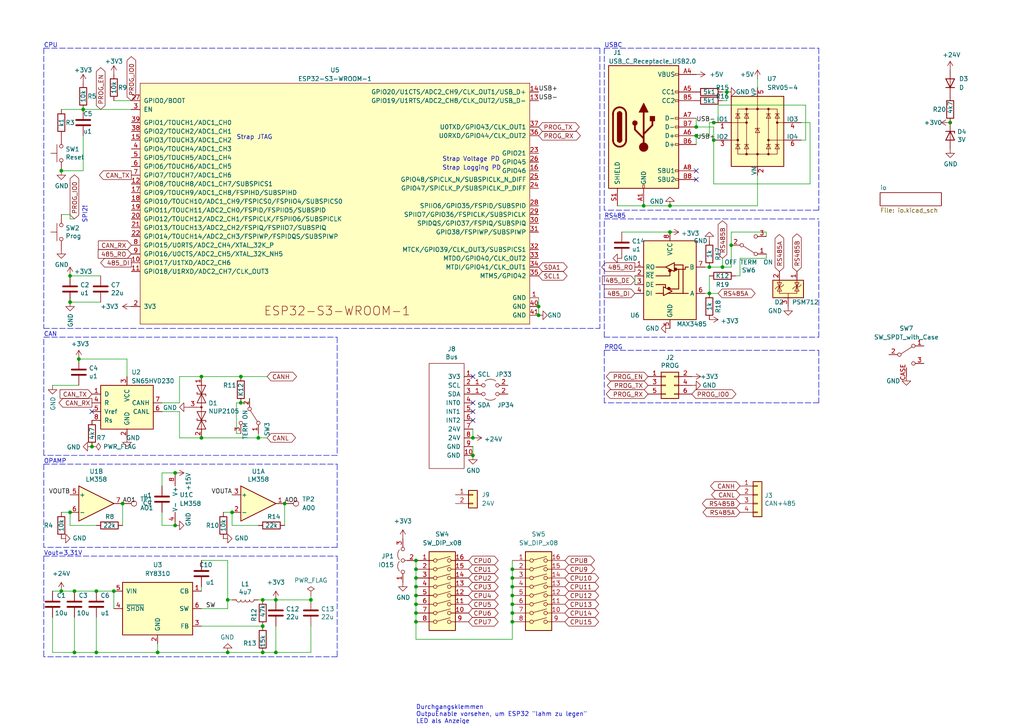
<source format=kicad_sch>
(kicad_sch (version 20211123) (generator eeschema)
  (paper "A4")
  (junction (at 22.86 104.14))
  (junction (at 50.8 152.4))
  (junction (at 120.65 172.72))
  (junction (at 50.8 137.16))
  (junction (at 120.65 167.64))
  (junction (at 194.31 67.31))
  (junction (at 26.67 129.54))
  (junction (at 209.55 77.47))
  (junction (at 24.13 31.75))
  (junction (at 76.2 173.99))
  (junction (at 66.04 173.99))
  (junction (at 205.74 77.47))
  (junction (at 194.31 59.69))
  (junction (at 137.16 127))
  (junction (at 210.82 26.67))
  (junction (at 90.17 173.99))
  (junction (at 27.94 189.23))
  (junction (at 35.56 146.05))
  (junction (at 27.94 171.45))
  (junction (at 5.08 229.87))
  (junction (at 21.59 171.45))
  (junction (at 66.04 189.23))
  (junction (at 120.65 175.26))
  (junction (at 17.78 49.53))
  (junction (at 201.93 36.83))
  (junction (at 76.2 189.23))
  (junction (at 80.01 173.99))
  (junction (at 212.09 71.12))
  (junction (at 20.32 148.59))
  (junction (at 137.16 132.08))
  (junction (at 120.65 177.8))
  (junction (at 33.02 171.45))
  (junction (at 45.72 189.23))
  (junction (at 40.64 231.14))
  (junction (at 156.21 88.9))
  (junction (at 148.59 175.26))
  (junction (at 148.59 170.18))
  (junction (at 67.31 148.59))
  (junction (at 82.55 146.05))
  (junction (at 53.34 238.76))
  (junction (at 58.42 109.22))
  (junction (at 148.59 172.72))
  (junction (at 205.74 85.09))
  (junction (at 21.59 189.23))
  (junction (at 76.2 181.61))
  (junction (at 120.65 165.1))
  (junction (at 201.93 39.37))
  (junction (at 148.59 180.34))
  (junction (at 80.01 189.23))
  (junction (at 148.59 177.8))
  (junction (at 20.32 80.01))
  (junction (at 156.21 91.44))
  (junction (at 20.32 87.63))
  (junction (at 69.85 109.22))
  (junction (at 148.59 165.1))
  (junction (at 69.85 116.84))
  (junction (at 207.01 35.56))
  (junction (at 17.78 171.45))
  (junction (at 64.77 231.14))
  (junction (at 148.59 167.64))
  (junction (at 74.93 127))
  (junction (at 186.69 59.69))
  (junction (at 120.65 170.18))
  (junction (at 275.59 35.56))
  (junction (at 120.65 162.56))
  (junction (at 120.65 180.34))
  (junction (at 58.42 127))
  (junction (at 207.01 40.64))
  (no_connect (at 201.93 49.53))
  (no_connect (at 137.16 116.84))
  (no_connect (at 201.93 52.07))
  (no_connect (at 137.16 109.22))
  (no_connect (at 137.16 121.92))
  (no_connect (at 26.67 119.38))
  (no_connect (at 137.16 119.38))
  (wire (pts (xy 148.59 172.72) (xy 148.59 175.26)))
  (wire (pts (xy 222.25 73.66) (xy 222.25 74.93)))
  (wire (pts (xy 90.17 173.99) (xy 90.17 172.72)))
  (polyline (pts (xy 12.7 134.62) (xy 12.7 158.75)))
  (wire (pts (xy 69.85 116.84) (xy 72.39 116.84)))
  (wire (pts (xy 58.42 170.18) (xy 58.42 171.45)))
  (polyline (pts (xy 110.49 13.97) (xy 173.99 13.97)))
  (wire (pts (xy 205.74 85.09) (xy 205.74 80.01)))
  (wire (pts (xy 207.01 40.64) (xy 207.01 53.34)))
  (polyline (pts (xy 2.54 223.52) (xy 35.56 223.52)))
  (polyline (pts (xy 97.79 161.29) (xy 97.79 190.5)))
  (wire (pts (xy 207.01 35.56) (xy 208.28 35.56)))
  (wire (pts (xy 53.34 238.76) (xy 64.77 238.76)))
  (wire (pts (xy 179.07 59.69) (xy 186.69 59.69)))
  (polyline (pts (xy 68.58 223.52) (xy 68.58 245.11)))
  (wire (pts (xy 208.28 30.48) (xy 233.68 30.48)))
  (wire (pts (xy 58.42 109.22) (xy 52.07 109.22)))
  (wire (pts (xy 137.16 129.54) (xy 137.16 132.08)))
  (wire (pts (xy 21.59 179.07) (xy 21.59 189.23)))
  (wire (pts (xy 186.69 59.69) (xy 194.31 59.69)))
  (wire (pts (xy 33.02 171.45) (xy 33.02 176.53)))
  (wire (pts (xy 233.68 30.48) (xy 233.68 40.64)))
  (wire (pts (xy 120.65 165.1) (xy 120.65 167.64)))
  (wire (pts (xy 205.74 39.37) (xy 205.74 35.56)))
  (wire (pts (xy 209.55 26.67) (xy 210.82 26.67)))
  (wire (pts (xy 40.64 238.76) (xy 53.34 238.76)))
  (wire (pts (xy 74.93 127) (xy 77.47 127)))
  (wire (pts (xy 120.65 172.72) (xy 120.65 175.26)))
  (wire (pts (xy 17.78 31.75) (xy 24.13 31.75)))
  (polyline (pts (xy 12.7 13.97) (xy 110.49 13.97)))
  (wire (pts (xy 45.72 186.69) (xy 45.72 189.23)))
  (wire (pts (xy 27.94 189.23) (xy 45.72 189.23)))
  (wire (pts (xy 207.01 53.34) (xy 234.95 53.34)))
  (wire (pts (xy 58.42 162.56) (xy 66.04 162.56)))
  (wire (pts (xy 29.21 80.01) (xy 20.32 80.01)))
  (wire (pts (xy 36.83 109.22) (xy 36.83 104.14)))
  (polyline (pts (xy 12.7 134.62) (xy 97.79 134.62)))
  (wire (pts (xy 80.01 189.23) (xy 90.17 189.23)))
  (wire (pts (xy 46.99 119.38) (xy 52.07 119.38)))
  (wire (pts (xy 74.93 125.73) (xy 74.93 127)))
  (wire (pts (xy 46.99 140.97) (xy 46.99 137.16)))
  (wire (pts (xy 148.59 175.26) (xy 148.59 177.8)))
  (wire (pts (xy 209.55 77.47) (xy 212.09 77.47)))
  (wire (pts (xy 74.93 152.4) (xy 67.31 152.4)))
  (polyline (pts (xy 12.7 161.29) (xy 12.7 190.5)))
  (wire (pts (xy 69.85 109.22) (xy 77.47 109.22)))
  (wire (pts (xy 120.65 170.18) (xy 120.65 172.72)))
  (wire (pts (xy 210.82 26.67) (xy 210.82 29.21)))
  (wire (pts (xy 120.65 162.56) (xy 120.65 165.1)))
  (wire (pts (xy 184.15 80.01) (xy 184.15 82.55)))
  (polyline (pts (xy 12.7 95.25) (xy 173.99 95.25)))
  (wire (pts (xy 204.47 85.09) (xy 205.74 85.09)))
  (wire (pts (xy 234.95 35.56) (xy 232.41 35.56)))
  (wire (pts (xy 20.32 63.5) (xy 21.59 63.5)))
  (wire (pts (xy 58.42 109.22) (xy 69.85 109.22)))
  (wire (pts (xy 35.56 146.05) (xy 35.56 152.4)))
  (wire (pts (xy 21.59 189.23) (xy 27.94 189.23)))
  (wire (pts (xy 20.32 62.23) (xy 20.32 63.5)))
  (wire (pts (xy 27.94 152.4) (xy 20.32 152.4)))
  (wire (pts (xy 90.17 181.61) (xy 90.17 189.23)))
  (wire (pts (xy 212.09 71.12) (xy 212.09 67.31)))
  (wire (pts (xy 205.74 35.56) (xy 207.01 35.56)))
  (wire (pts (xy 137.16 124.46) (xy 137.16 127)))
  (wire (pts (xy 72.39 116.84) (xy 72.39 115.57)))
  (polyline (pts (xy 97.79 132.08) (xy 12.7 132.08)))
  (wire (pts (xy 29.21 87.63) (xy 20.32 87.63)))
  (wire (pts (xy 120.65 185.42) (xy 148.59 185.42)))
  (wire (pts (xy 33.02 171.45) (xy 27.94 171.45)))
  (polyline (pts (xy 175.26 97.79) (xy 175.26 63.5)))
  (wire (pts (xy 15.24 189.23) (xy 21.59 189.23)))
  (wire (pts (xy 68.58 125.73) (xy 68.58 116.84)))
  (wire (pts (xy 234.95 53.34) (xy 234.95 35.56)))
  (polyline (pts (xy 35.56 245.11) (xy 2.54 245.11)))
  (wire (pts (xy 209.55 77.47) (xy 205.74 77.47)))
  (wire (pts (xy 68.58 116.84) (xy 69.85 116.84)))
  (wire (pts (xy 148.59 165.1) (xy 148.59 167.64)))
  (wire (pts (xy 201.93 39.37) (xy 205.74 39.37)))
  (wire (pts (xy 74.93 173.99) (xy 76.2 173.99)))
  (polyline (pts (xy 237.49 101.6) (xy 237.49 116.84)))
  (polyline (pts (xy 12.7 13.97) (xy 12.7 95.25)))
  (wire (pts (xy 15.24 171.45) (xy 17.78 171.45)))
  (wire (pts (xy 148.59 177.8) (xy 148.59 180.34)))
  (wire (pts (xy 214.63 74.93) (xy 214.63 80.01)))
  (wire (pts (xy 80.01 181.61) (xy 80.01 189.23)))
  (polyline (pts (xy 175.26 97.79) (xy 237.49 97.79)))
  (wire (pts (xy 52.07 119.38) (xy 52.07 127)))
  (wire (pts (xy 27.94 179.07) (xy 27.94 189.23)))
  (polyline (pts (xy 12.7 132.08) (xy 12.7 97.79)))
  (wire (pts (xy 212.09 67.31) (xy 222.25 67.31)))
  (wire (pts (xy 194.31 67.31) (xy 180.34 67.31)))
  (wire (pts (xy 120.65 185.42) (xy 120.65 180.34)))
  (wire (pts (xy 120.65 175.26) (xy 120.65 177.8)))
  (polyline (pts (xy 38.1 223.52) (xy 68.58 223.52)))
  (wire (pts (xy 21.59 171.45) (xy 17.78 171.45)))
  (polyline (pts (xy 12.7 13.97) (xy 12.7 13.97)))
  (wire (pts (xy 120.65 167.64) (xy 120.65 170.18)))
  (wire (pts (xy 82.55 146.05) (xy 82.55 152.4)))
  (wire (pts (xy 222.25 67.31) (xy 222.25 68.58)))
  (wire (pts (xy 156.21 86.36) (xy 156.21 88.9)))
  (polyline (pts (xy 173.99 13.97) (xy 173.99 95.25)))
  (wire (pts (xy 76.2 173.99) (xy 80.01 173.99)))
  (wire (pts (xy 66.04 189.23) (xy 76.2 189.23)))
  (wire (pts (xy 219.71 25.4) (xy 219.71 22.86)))
  (wire (pts (xy 120.65 177.8) (xy 120.65 180.34)))
  (wire (pts (xy 194.31 59.69) (xy 219.71 59.69)))
  (polyline (pts (xy 237.49 97.79) (xy 237.49 63.5)))
  (wire (pts (xy 21.59 171.45) (xy 27.94 171.45)))
  (wire (pts (xy 64.77 148.59) (xy 67.31 148.59)))
  (polyline (pts (xy 12.7 161.29) (xy 97.79 161.29)))
  (wire (pts (xy 24.13 31.75) (xy 38.1 31.75)))
  (wire (pts (xy 208.28 35.56) (xy 208.28 30.48)))
  (polyline (pts (xy 97.79 134.62) (xy 97.79 158.75)))
  (wire (pts (xy 46.99 137.16) (xy 50.8 137.16)))
  (wire (pts (xy 58.42 127) (xy 74.93 127)))
  (polyline (pts (xy 237.49 60.96) (xy 175.26 60.96)))
  (wire (pts (xy 46.99 148.59) (xy 46.99 152.4)))
  (wire (pts (xy 58.42 181.61) (xy 76.2 181.61)))
  (wire (pts (xy 22.86 104.14) (xy 36.83 104.14)))
  (wire (pts (xy 66.04 162.56) (xy 66.04 173.99)))
  (wire (pts (xy 209.55 74.93) (xy 209.55 77.47)))
  (wire (pts (xy 60.96 231.14) (xy 64.77 231.14)))
  (wire (pts (xy 201.93 34.29) (xy 201.93 36.83)))
  (polyline (pts (xy 237.49 116.84) (xy 175.26 116.84)))
  (polyline (pts (xy 175.26 13.97) (xy 237.49 13.97)))
  (wire (pts (xy 201.93 39.37) (xy 201.93 41.91)))
  (wire (pts (xy 210.82 29.21) (xy 209.55 29.21)))
  (polyline (pts (xy 12.7 97.79) (xy 97.79 97.79)))
  (polyline (pts (xy 68.58 245.11) (xy 38.1 245.11)))
  (wire (pts (xy 148.59 167.64) (xy 148.59 170.18)))
  (wire (pts (xy 207.01 36.83) (xy 207.01 40.64)))
  (polyline (pts (xy 97.79 97.79) (xy 97.79 132.08)))
  (wire (pts (xy 52.07 127) (xy 58.42 127)))
  (wire (pts (xy 24.13 39.37) (xy 24.13 49.53)))
  (polyline (pts (xy 35.56 223.52) (xy 35.56 245.11)))
  (wire (pts (xy 214.63 80.01) (xy 213.36 80.01)))
  (wire (pts (xy 24.13 49.53) (xy 17.78 49.53)))
  (wire (pts (xy 156.21 88.9) (xy 156.21 91.44)))
  (wire (pts (xy 20.32 152.4) (xy 20.32 148.59)))
  (wire (pts (xy 233.68 40.64) (xy 232.41 40.64)))
  (polyline (pts (xy 175.26 101.6) (xy 175.26 116.84)))
  (wire (pts (xy 17.78 62.23) (xy 20.32 62.23)))
  (polyline (pts (xy 97.79 158.75) (xy 12.7 158.75)))
  (wire (pts (xy 58.42 176.53) (xy 66.04 176.53)))
  (wire (pts (xy 52.07 109.22) (xy 52.07 116.84)))
  (wire (pts (xy 201.93 36.83) (xy 207.01 36.83)))
  (polyline (pts (xy 2.54 245.11) (xy 2.54 223.52)))
  (wire (pts (xy 22.86 111.76) (xy 15.24 111.76)))
  (wire (pts (xy 148.59 170.18) (xy 148.59 172.72)))
  (polyline (pts (xy 175.26 101.6) (xy 237.49 101.6)))
  (wire (pts (xy 212.09 77.47) (xy 212.09 71.12)))
  (wire (pts (xy 67.31 152.4) (xy 67.31 148.59)))
  (wire (pts (xy 12.7 229.87) (xy 5.08 229.87)))
  (wire (pts (xy 20.32 148.59) (xy 17.78 148.59)))
  (polyline (pts (xy 38.1 223.52) (xy 38.1 245.11)))
  (polyline (pts (xy 97.79 190.5) (xy 12.7 190.5)))
  (polyline (pts (xy 175.26 13.97) (xy 175.26 60.96)))
  (wire (pts (xy 33.02 29.21) (xy 38.1 29.21)))
  (wire (pts (xy 52.07 116.84) (xy 46.99 116.84)))
  (wire (pts (xy 205.74 77.47) (xy 204.47 77.47)))
  (wire (pts (xy 46.99 152.4) (xy 50.8 152.4)))
  (wire (pts (xy 148.59 162.56) (xy 148.59 165.1)))
  (wire (pts (xy 45.72 189.23) (xy 66.04 189.23)))
  (polyline (pts (xy 237.49 13.97) (xy 237.49 60.96)))
  (wire (pts (xy 208.28 85.09) (xy 205.74 85.09)))
  (wire (pts (xy 15.24 179.07) (xy 15.24 189.23)))
  (wire (pts (xy 222.25 74.93) (xy 214.63 74.93)))
  (wire (pts (xy 40.64 231.14) (xy 45.72 231.14)))
  (wire (pts (xy 80.01 173.99) (xy 90.17 173.99)))
  (wire (pts (xy 66.04 176.53) (xy 66.04 173.99)))
  (wire (pts (xy 148.59 185.42) (xy 148.59 180.34)))
  (wire (pts (xy 69.85 125.73) (xy 68.58 125.73)))
  (wire (pts (xy 67.31 173.99) (xy 66.04 173.99)))
  (wire (pts (xy 219.71 50.8) (xy 219.71 59.69)))
  (wire (pts (xy 76.2 189.23) (xy 80.01 189.23)))
  (polyline (pts (xy 175.26 63.5) (xy 237.49 63.5)))
  (text "SPI2!" (at 25.4 64.77 90) (effects (font (size 1.27 1.27)) (justify left bottom)))
  (text "USBC" (at 175.26 13.97 0) (effects (font (size 1.27 1.27)) (justify left bottom)))
  (text "Strap JTAG" (at 68.58 40.64 0) (effects (font (size 1.27 1.27)) (justify left bottom)))
  (text "Vout=3,31V" (at 12.7 161.29 0) (effects (font (size 1.27 1.27)) (justify left bottom)))
  (text "Strap Logging PD" (at 128.27 49.53 0) (effects (font (size 1.27 1.27)) (justify left bottom)))
  (text "Pulling" (at 2.54 223.52 0) (effects (font (size 1.27 1.27)) (justify left bottom)))
  (text "PROG" (at 175.26 101.6 0) (effects (font (size 1.27 1.27)) (justify left bottom)))
  (text "RS485" (at 175.26 63.5 0) (effects (font (size 1.27 1.27)) (justify left bottom)))
  (text "Durchgangsklemmen\nOutpuEnable vorsehen, um ESP32 \"lahm zu legen\"\nLED als Anzeige\n10V-PWM-Option" (at 120.65 212.09 0) (effects (font (size 1.27 1.27)) (justify left bottom)))
  (text "Strap Voltage PD" (at 128.27 46.99 0) (effects (font (size 1.27 1.27)) (justify left bottom)))
  (text "OPAMP" (at 12.7 134.62 0) (effects (font (size 1.27 1.27)) (justify left bottom)))
  (text "CAN" (at 12.7 97.79 0) (effects (font (size 1.27 1.27)) (justify left bottom)))
  (text "24V->15V" (at 38.1 223.52 0) (effects (font (size 1.27 1.27)) (justify left bottom)))
  (text "CPU" (at 12.7 13.97 0) (effects (font (size 1.27 1.27)) (justify left bottom)))
  (label "AO0" (at 82.55 146.05 0))
  (label "USB+" (at 156.21 26.67 0))
  (label "AO1" (at 35.56 146.05 0))
  (label "USB+" (at 201.93 40.64 0))
  (label "USB-" (at 156.21 29.21 0))
  (label "SW" (at 59.69 176.53 0))
  (label "VOUTB" (at 20.32 143.51 180))
  (label "VOUTA" (at 67.31 143.51 180))
  (label "USB-" (at 201.93 35.56 0))
  (global_label "CPU0" (shape bidirectional) (at 135.89 162.56 0) (property "Intersheet References" "${INTERSHEET_REFS}" (effects hide)))
  (global_label "CANH" (shape bidirectional) (at 214.63 140.97 180) (property "Intersheet References" "${INTERSHEET_REFS}" (effects hide)))
  (global_label "RS485B" (shape bidirectional) (at 209.55 74.93 90) (property "Intersheet References" "${INTERSHEET_REFS}" (effects hide)))
  (global_label "CPU2" (shape bidirectional) (at 135.89 167.64 0) (property "Intersheet References" "${INTERSHEET_REFS}" (effects hide)))
  (global_label "CAN_RX" (shape output) (at 26.67 116.84 180) (property "Intersheet References" "${INTERSHEET_REFS}" (effects hide)))
  (global_label "CPU15" (shape bidirectional) (at 163.83 180.34 0) (property "Intersheet References" "${INTERSHEET_REFS}" (effects hide)))
  (global_label "CPU6" (shape bidirectional) (at 135.89 177.8 0) (property "Intersheet References" "${INTERSHEET_REFS}" (effects hide)))
  (global_label "CAN_TX" (shape input) (at 26.67 114.3 180) (property "Intersheet References" "${INTERSHEET_REFS}" (effects hide)))
  (global_label "RS485B" (shape bidirectional) (at 214.63 146.05 180) (property "Intersheet References" "${INTERSHEET_REFS}" (effects hide)))
  (global_label "CANL" (shape bidirectional) (at 77.47 127 0) (property "Intersheet References" "${INTERSHEET_REFS}" (effects hide)))
  (global_label "CPU3" (shape bidirectional) (at 135.89 170.18 0) (property "Intersheet References" "${INTERSHEET_REFS}" (effects hide)))
  (global_label "CPU5" (shape bidirectional) (at 135.89 175.26 0) (property "Intersheet References" "${INTERSHEET_REFS}" (effects hide)))
  (global_label "CAN_TX" (shape output) (at 38.1 50.8 180) (property "Intersheet References" "${INTERSHEET_REFS}" (effects hide)))
  (global_label "PROG_EN" (shape bidirectional) (at 29.21 31.75 90) (property "Intersheet References" "${INTERSHEET_REFS}" (effects hide)))
  (global_label "CAN_RX" (shape input) (at 38.1 71.12 180) (property "Intersheet References" "${INTERSHEET_REFS}" (effects hide)))
  (global_label "CANL" (shape bidirectional) (at 214.63 143.51 180) (property "Intersheet References" "${INTERSHEET_REFS}" (effects hide)))
  (global_label "SDA1" (shape bidirectional) (at 156.21 77.47 0) (property "Intersheet References" "${INTERSHEET_REFS}" (effects hide)))
  (global_label "PROG_TX" (shape bidirectional) (at 187.96 111.76 180) (property "Intersheet References" "${INTERSHEET_REFS}" (effects hide)))
  (global_label "485_RO" (shape input) (at 38.1 73.66 180) (property "Intersheet References" "${INTERSHEET_REFS}" (effects hide)))
  (global_label "CPU4" (shape bidirectional) (at 135.89 172.72 0) (property "Intersheet References" "${INTERSHEET_REFS}" (effects hide)))
  (global_label "485_DI" (shape input) (at 184.15 85.09 180) (property "Intersheet References" "${INTERSHEET_REFS}" (effects hide)))
  (global_label "PROG_IO0" (shape bidirectional) (at 200.66 114.3 0) (property "Intersheet References" "${INTERSHEET_REFS}" (effects hide)))
  (global_label "CANH" (shape bidirectional) (at 77.47 109.22 0) (property "Intersheet References" "${INTERSHEET_REFS}" (effects hide)))
  (global_label "RS485A" (shape bidirectional) (at 214.63 148.59 180) (property "Intersheet References" "${INTERSHEET_REFS}" (effects hide)))
  (global_label "CPU7" (shape bidirectional) (at 135.89 180.34 0) (property "Intersheet References" "${INTERSHEET_REFS}" (effects hide)))
  (global_label "PROG_RX" (shape bidirectional) (at 187.96 114.3 180) (property "Intersheet References" "${INTERSHEET_REFS}" (effects hide)))
  (global_label "485_DE" (shape input) (at 184.15 81.28 180) (property "Intersheet References" "${INTERSHEET_REFS}" (effects hide)))
  (global_label "CPU9" (shape bidirectional) (at 163.83 165.1 0) (property "Intersheet References" "${INTERSHEET_REFS}" (effects hide)))
  (global_label "PROG_TX" (shape bidirectional) (at 156.21 36.83 0) (property "Intersheet References" "${INTERSHEET_REFS}" (effects hide)))
  (global_label "SCL1" (shape bidirectional) (at 156.21 80.01 0) (property "Intersheet References" "${INTERSHEET_REFS}" (effects hide)))
  (global_label "PROG_EN" (shape bidirectional) (at 187.96 109.22 180) (property "Intersheet References" "${INTERSHEET_REFS}" (effects hide)))
  (global_label "CPU8" (shape bidirectional) (at 163.83 162.56 0) (property "Intersheet References" "${INTERSHEET_REFS}" (effects hide)))
  (global_label "RS485B" (shape bidirectional) (at 231.14 78.74 90) (property "Intersheet References" "${INTERSHEET_REFS}" (effects hide)))
  (global_label "PROG_RX" (shape bidirectional) (at 156.21 39.37 0) (property "Intersheet References" "${INTERSHEET_REFS}" (effects hide)))
  (global_label "485_RO" (shape output) (at 184.15 77.47 180) (property "Intersheet References" "${INTERSHEET_REFS}" (effects hide)))
  (global_label "CPU12" (shape bidirectional) (at 163.83 172.72 0) (property "Intersheet References" "${INTERSHEET_REFS}" (effects hide)))
  (global_label "PROG_IO0" (shape bidirectional) (at 38.1 29.21 90) (property "Intersheet References" "${INTERSHEET_REFS}" (effects hide)))
  (global_label "PROG_IO0" (shape bidirectional) (at 21.59 63.5 90) (property "Intersheet References" "${INTERSHEET_REFS}" (effects hide)))
  (global_label "RS485A" (shape bidirectional) (at 208.28 85.09 0) (property "Intersheet References" "${INTERSHEET_REFS}" (effects hide)))
  (global_label "CPU14" (shape bidirectional) (at 163.83 177.8 0) (property "Intersheet References" "${INTERSHEET_REFS}" (effects hide)))
  (global_label "RS485A" (shape bidirectional) (at 226.06 78.74 90) (property "Intersheet References" "${INTERSHEET_REFS}" (effects hide)))
  (global_label "CPU10" (shape bidirectional) (at 163.83 167.64 0) (property "Intersheet References" "${INTERSHEET_REFS}" (effects hide)))
  (global_label "CPU1" (shape bidirectional) (at 135.89 165.1 0) (property "Intersheet References" "${INTERSHEET_REFS}" (effects hide)))
  (global_label "CPU11" (shape bidirectional) (at 163.83 170.18 0) (property "Intersheet References" "${INTERSHEET_REFS}" (effects hide)))
  (global_label "485_DI" (shape output) (at 38.1 76.2 180) (property "Intersheet References" "${INTERSHEET_REFS}" (effects hide)))
  (global_label "CPU13" (shape bidirectional) (at 163.83 175.26 0) (property "Intersheet References" "${INTERSHEET_REFS}" (effects hide)))
  (global_label "SCL1" (shape bidirectional) (at 12.7 237.49 270) (property "Intersheet References" "${INTERSHEET_REFS}" (effects hide)))
  (global_label "SDA1" (shape bidirectional) (at 5.08 237.49 270) (property "Intersheet References" "${INTERSHEET_REFS}" (effects hide)))
  (symbol (lib_id "liebler_MECH:SW_SPDT_with_Case") (at 262.89 102.87 0) (unit 1)
    (property "Reference" "SW7" (at 262.89 95.25 0))
    (property "Value" "SW_SPDT_with_Case" (at 262.89 97.79 0))
    (property "Footprint" "liebler_MECH:SW_SPDT_PCM12_handsolder" (effects hide))
  )
  (symbol (lib_id "power:+3V3") (at 22.86 104.14 0) (unit 1)
    (property "Reference" "#PWR0105" (effects hide))
    (property "Value" "+3V3" (at 23.241 99.7458 0))
  )
  (symbol (lib_id "Device:R") (at 76.2 185.42 180) (unit 1)
    (property "Reference" "R13" (at 74.422 186.5884 0) (effects (justify left)))
    (property "Value" "15k" (at 76.2 184.15 90) (effects (justify left)))
    (property "Footprint" "Resistor_SMD:R_0402_1005Metric" (effects hide))
  )
  (symbol (lib_id "power:GND") (at 66.04 189.23 180) (unit 1)
    (property "Reference" "#PWR0121" (effects hide))
    (property "Value" "GND" (at 65.913 184.8358 0))
  )
  (symbol (lib_id "Device:C") (at 64.77 234.95 180) (unit 1)
    (property "Reference" "C11" (at 61.849 236.1184 0) (effects (justify left)))
    (property "Value" "u1" (at 61.849 233.807 0) (effects (justify left)))
    (property "Footprint" "Capacitor_SMD:C_0402_1005Metric" (effects hide))
  )
  (symbol (lib_id "power:GND") (at 17.78 49.53 0) (unit 1)
    (property "Reference" "#PWR0123" (effects hide))
    (property "Value" "GND" (at 17.907 53.9242 0))
  )
  (symbol (lib_id "Switch:SW_DIP_x08") (at 128.27 172.72 0) (unit 1)
    (property "Reference" "SW4" (at 128.27 154.94 0))
    (property "Value" "SW_DIP_x08" (at 128.27 157.48 0))
    (property "Footprint" "liebler_MECH:SW_DIP_SPSTx08_Piano" (effects hide))
  )
  (symbol (lib_id "Device:R") (at 31.75 152.4 270) (unit 1)
    (property "Reference" "R8" (at 30.48 149.86 90) (effects (justify left)))
    (property "Value" "22k" (at 31.75 152.4 90))
    (property "Footprint" "Resistor_SMD:R_0402_1005Metric" (effects hide))
  )
  (symbol (lib_id "Espressif:ESP32-S3-WROOM-1") (at 97.79 58.42 0) (unit 1)
    (property "Reference" "U5" (at 97.155 20.32 0))
    (property "Value" "ESP32-S3-WROOM-1" (at 97.155 22.86 0))
    (property "Footprint" "Espressif:ESP32-S3-WROOM-1U" (effects hide))
    (property "Datasheet" "https://www.espressif.com/sites/default/files/documentation/esp32-s3-wroom-1_wroom-1u_datasheet_en.pdf" (effects hide))
  )
  (symbol (lib_id "power:GND") (at 15.24 111.76 0) (unit 1)
    (property "Reference" "#PWR0103" (effects hide))
    (property "Value" "GND" (at 15.367 115.0112 90) (effects (justify right)))
  )
  (symbol (lib_id "Jumper:Jumper_2_Open") (at 142.24 111.76 0) (unit 1)
    (property "Reference" "JP33" (at 146.05 108.585 0))
    (property "Value" "SCL" (at 140.335 108.585 0))
    (property "Footprint" "Jumper:SolderJumper-2_P1.3mm_Bridged2Bar_RoundedPad1.0x1.5mm" (effects hide))
  )
  (symbol (lib_id "Diode:SM712_SOT23") (at 58.42 118.11 270) (unit 1)
    (property "Reference" "D1" (at 60.4266 116.9416 90) (effects (justify left)))
    (property "Value" "NUP2105" (at 60.4266 119.253 90) (effects (justify left)))
    (property "Footprint" "Package_TO_SOT_SMD:SOT-23_Handsoldering" (effects hide))
    (property "Datasheet" "https://www.littelfuse.com/~/media/electronics/datasheets/tvs_diode_arrays/littelfuse_tvs_diode_array_sm712_datasheet.pdf.pdf" (effects hide))
  )
  (symbol (lib_id "Connector:TestPoint") (at 82.55 146.05 270) (unit 1)
    (property "Reference" "TP2" (at 87.63 144.7799 90) (effects (justify left)))
    (property "Value" "AO0" (at 87.63 147.3199 90) (effects (justify left)))
    (property "Footprint" "TestPoint:TestPoint_Pad_2.0x2.0mm" (effects hide))
  )
  (symbol (lib_id "power:GND") (at 262.89 109.22 0) (unit 1)
    (property "Reference" "#PWR0193" (effects hide))
    (property "Value" "GND" (at 259.08 110.49 0))
  )
  (symbol (lib_id "Regulator_Switching:LMR14206") (at 45.72 176.53 0) (unit 1)
    (property "Reference" "U3" (at 45.72 163.83 0))
    (property "Value" "RY8310" (at 45.72 166.37 0))
    (property "Footprint" "Package_TO_SOT_SMD:SOT-23-6" (effects hide))
    (property "Datasheet" "http://www.ti.com/lit/ds/symlink/lmr14206.pdf" (effects hide))
  )
  (symbol (lib_id "power:PWR_FLAG") (at 90.17 172.72 0) (unit 1)
    (property "Reference" "#FLG0102" (effects hide))
    (property "Value" "PWR_FLAG" (at 90.17 168.3258 0))
  )
  (symbol (lib_id "Power_Protection:NUP2105L") (at 228.6 83.82 0) (mirror y) (unit 1)
    (property "Reference" "D2" (at 227.33 87.63 0) (effects (justify left)))
    (property "Value" "PSM712" (at 237.49 87.63 0) (effects (justify left)))
    (property "Footprint" "Package_TO_SOT_SMD:SOT-23_Handsoldering" (effects hide))
    (property "Datasheet" "http://www.onsemi.com/pub_link/Collateral/NUP2105L-D.PDF" (effects hide))
  )
  (symbol (lib_id "Connector_Generic:Conn_01x02") (at 137.16 143.51 0) (unit 1)
    (property "Reference" "J9" (at 139.7 143.5099 0) (effects (justify left)))
    (property "Value" "24V" (at 139.7 146.0499 0) (effects (justify left)))
    (property "Footprint" "Connector_Phoenix_MC:PhoenixContact_MC_1,5_2-G-3.5_1x02_P3.50mm_Horizontal" (effects hide))
  )
  (symbol (lib_id "Jumper:Jumper_3_Open") (at 116.84 162.56 90) (unit 1)
    (property "Reference" "JP1" (at 114.3 161.2899 90) (effects (justify left)))
    (property "Value" "IO15" (at 114.3 163.8299 90) (effects (justify left)))
    (property "Footprint" "liebler_PASSIVES:SolderJumper-3_P1.3mm_Open_RoundedPad1.0x1.5mm_smaller" (effects hide))
  )
  (symbol (lib_id "Amplifier_Operational:LM358") (at 27.94 146.05 0) (unit 2)
    (property "Reference" "U1" (at 27.94 136.7282 0))
    (property "Value" "LM358" (at 27.94 139.0396 0))
    (property "Footprint" "Package_SO:SOIC-8_3.9x4.9mm_P1.27mm" (effects hide))
    (property "Datasheet" "http://www.ti.com/lit/ds/symlink/lm2904-n.pdf" (effects hide))
  )
  (symbol (lib_id "Switch:SW_Push") (at 17.78 44.45 90) (unit 1)
    (property "Reference" "SW1" (at 18.9992 43.2816 90) (effects (justify right)))
    (property "Value" "Reset" (at 18.9992 45.593 90) (effects (justify right)))
    (property "Footprint" "liebler_MECH:Button_2x4x3,5_handsolder" (effects hide))
  )
  (symbol (lib_id "power:GND") (at 17.78 156.21 90) (unit 1)
    (property "Reference" "#PWR0109" (effects hide))
    (property "Value" "GND" (at 21.0312 156.083 90) (effects (justify right)))
  )
  (symbol (lib_id "power:+3V3") (at 116.84 156.21 0) (unit 1)
    (property "Reference" "#PWR0149" (effects hide))
    (property "Value" "+3V3" (at 116.84 151.13 0))
  )
  (symbol (lib_id "Device:D") (at 275.59 24.13 90) (unit 1)
    (property "Reference" "D3" (at 278.13 22.8599 90) (effects (justify right)))
    (property "Value" "D" (at 278.13 25.3999 90) (effects (justify right)))
    (property "Footprint" "Diode_SMD:D_SOD-123" (effects hide))
  )
  (symbol (lib_id "Device:R") (at 64.77 152.4 0) (unit 1)
    (property "Reference" "R10" (at 59.69 152.4 0) (effects (justify left)))
    (property "Value" "10k" (at 64.77 152.4 90))
    (property "Footprint" "Resistor_SMD:R_0402_1005Metric" (effects hide))
  )
  (symbol (lib_id "Device:D_Zener") (at 275.59 39.37 270) (unit 1)
    (property "Reference" "D4" (at 277.622 38.2016 90) (effects (justify left)))
    (property "Value" "3V" (at 277.622 40.513 90) (effects (justify left)))
    (property "Footprint" "Diode_SMD:D_SOD-123" (effects hide))
  )
  (symbol (lib_id "Device:C") (at 180.34 71.12 180) (unit 1)
    (property "Reference" "C14" (at 183.261 69.9516 0) (effects (justify right)))
    (property "Value" "u1" (at 183.261 72.263 0) (effects (justify right)))
    (property "Footprint" "Capacitor_SMD:C_0402_1005Metric" (effects hide))
  )
  (symbol (lib_id "power:+3V3") (at 38.1 88.9 90) (unit 1)
    (property "Reference" "#PWR0118" (effects hide))
    (property "Value" "+3V3" (at 31.75 88.9 90))
  )
  (symbol (lib_id "power:GND") (at 53.34 238.76 0) (unit 1)
    (property "Reference" "#PWR0114" (effects hide))
    (property "Value" "GND" (at 59.69 240.03 0) (effects (justify right)))
  )
  (symbol (lib_id "Device:R") (at 12.7 233.68 0) (unit 1)
    (property "Reference" "R2" (at 14.478 232.5116 0) (effects (justify left)))
    (property "Value" "4k7" (at 14.478 234.823 0) (effects (justify left)))
    (property "Footprint" "Resistor_SMD:R_0402_1005Metric" (effects hide))
  )
  (symbol (lib_id "Device:C") (at 80.01 177.8 0) (unit 1)
    (property "Reference" "C12" (at 82.931 176.6316 0) (effects (justify left)))
    (property "Value" "22u" (at 82.931 178.943 0) (effects (justify left)))
    (property "Footprint" "Capacitor_SMD:C_0603_1608Metric" (effects hide))
  )
  (symbol (lib_id "Power_Protection:SRV05-4") (at 219.71 38.1 0) (unit 1)
    (property "Reference" "U7" (at 222.4787 22.86 0) (effects (justify left)))
    (property "Value" "SRV05-4" (at 222.4787 25.4 0) (effects (justify left)))
    (property "Footprint" "Package_TO_SOT_SMD:SOT-23-6" (effects hide))
    (property "Datasheet" "http://www.onsemi.com/pub/Collateral/SRV05-4-D.PDF" (effects hide))
  )
  (symbol (lib_id "power:GND") (at 137.16 132.08 0) (unit 1)
    (property "Reference" "#PWR02" (effects hide))
    (property "Value" "GND" (at 137.287 136.4742 0))
  )
  (symbol (lib_id "power:+3V3") (at 5.08 229.87 0) (unit 1)
    (property "Reference" "#PWR0120" (effects hide))
    (property "Value" "+3V3" (at 5.461 225.4758 0))
  )
  (symbol (lib_id "power:GND") (at 26.67 129.54 270) (unit 1)
    (property "Reference" "#PWR0104" (effects hide))
    (property "Value" "GND" (at 23.4188 129.667 90) (effects (justify right)))
  )
  (symbol (lib_id "Device:C") (at 24.13 35.56 0) (unit 1)
    (property "Reference" "C5" (at 24.13 33.02 0) (effects (justify left)))
    (property "Value" "u1" (at 24.13 38.1 0) (effects (justify left)))
    (property "Footprint" "Capacitor_SMD:C_0402_1005Metric" (effects hide))
  )
  (symbol (lib_id "Device:R") (at 275.59 31.75 180) (unit 1)
    (property "Reference" "R20" (at 270.51 31.75 0) (effects (justify right)))
    (property "Value" "4k7" (at 275.59 33.02 90) (effects (justify right)))
    (property "Footprint" "Resistor_SMD:R_1206_3216Metric" (effects hide))
  )
  (symbol (lib_id "sensact:SensactBusConnector") (at 129.54 120.65 0) (unit 1)
    (property "Reference" "J8" (at 131.0132 101.219 0))
    (property "Value" "Bus" (at 131.0132 103.5304 0))
    (property "Footprint" "liebler_CONN:IDC-Header_2x05_P2.54mm_Horizontal_tightCrtYd" (effects hide))
  )
  (symbol (lib_id "power:+3V3") (at 205.74 92.71 270) (unit 1)
    (property "Reference" "#PWR0126" (effects hide))
    (property "Value" "+3V3" (at 208.9912 93.091 90) (effects (justify left)))
  )
  (symbol (lib_id "Device:C") (at 20.32 83.82 0) (unit 1)
    (property "Reference" "C2" (at 23.241 82.6516 0) (effects (justify left)))
    (property "Value" "u1" (at 23.241 84.963 0) (effects (justify left)))
    (property "Footprint" "Capacitor_SMD:C_0402_1005Metric" (effects hide))
  )
  (symbol (lib_id "Device:C") (at 27.94 175.26 180) (unit 1)
    (property "Reference" "C6" (at 30.48 172.72 0))
    (property "Value" "u1" (at 30.48 177.8 0))
    (property "Footprint" "Capacitor_SMD:C_0603_1608Metric" (effects hide))
  )
  (symbol (lib_id "power:GND") (at 116.84 168.91 0) (unit 1)
    (property "Reference" "#PWR0151" (effects hide))
    (property "Value" "GND" (at 116.967 173.3042 0))
  )
  (symbol (lib_id "Switch:SW_Push") (at 17.78 67.31 90) (unit 1)
    (property "Reference" "SW2" (at 18.9992 66.1416 90) (effects (justify right)))
    (property "Value" "Prog" (at 18.9992 68.453 90) (effects (justify right)))
    (property "Footprint" "liebler_MECH:Button_2x4x3,5_handsolder" (effects hide))
  )
  (symbol (lib_id "power:+3V3") (at 80.01 173.99 0) (unit 1)
    (property "Reference" "#PWR0122" (effects hide))
    (property "Value" "+3V3" (at 80.01 168.91 0))
  )
  (symbol (lib_id "Connector:TestPoint") (at 35.56 146.05 270) (unit 1)
    (property "Reference" "TP1" (at 40.64 144.7799 90) (effects (justify left)))
    (property "Value" "AO1" (at 40.64 147.3199 90) (effects (justify left)))
    (property "Footprint" "TestPoint:TestPoint_Pad_2.0x2.0mm" (effects hide))
  )
  (symbol (lib_id "power:GND") (at 194.31 95.25 270) (unit 1)
    (property "Reference" "#PWR0127" (effects hide))
    (property "Value" "GND" (at 189.23 95.25 90))
  )
  (symbol (lib_id "Device:R") (at 17.78 152.4 0) (unit 1)
    (property "Reference" "R4" (at 12.7 152.4 0) (effects (justify left)))
    (property "Value" "10k" (at 17.78 152.4 90))
    (property "Footprint" "Resistor_SMD:R_0402_1005Metric" (effects hide))
  )
  (symbol (lib_id "Switch:SW_SPDT") (at 217.17 71.12 0) (mirror x) (unit 1)
    (property "Reference" "SW6" (at 217.17 78.359 0))
    (property "Value" "OFF TERM  ON" (at 217.17 76.0476 0))
    (property "Footprint" "liebler_MECH:SW_SPDT_PCM12_handsolder" (effects hide))
  )
  (symbol (lib_id "Device:R") (at 209.55 80.01 90) (unit 1)
    (property "Reference" "R19" (at 209.55 82.55 90))
    (property "Value" "K12" (at 209.55 80.01 90))
    (property "Footprint" "Resistor_SMD:R_1206_3216Metric_Pad1.30x1.75mm_HandSolder" (effects hide))
  )
  (symbol (lib_id "Device:C") (at 58.42 166.37 180) (unit 1)
    (property "Reference" "C10" (at 59.69 163.83 0))
    (property "Value" "u1" (at 60.96 168.91 0))
    (property "Footprint" "Capacitor_SMD:C_0603_1608Metric" (effects hide))
  )
  (symbol (lib_id "power:GND") (at 54.61 118.11 270) (unit 1)
    (property "Reference" "#PWR0101" (effects hide))
    (property "Value" "GND" (at 51.3588 118.237 90) (effects (justify right)))
  )
  (symbol (lib_id "Interface_CAN_LIN:SN65HVD230") (at 36.83 116.84 0) (unit 1)
    (property "Reference" "U2" (at 38.1 107.95 0) (effects (justify left)))
    (property "Value" "SN65HVD230" (at 38.1 110.49 0) (effects (justify left)))
    (property "Footprint" "Package_SO:SOIC-8_3.9x4.9mm_P1.27mm" (effects hide))
    (property "Datasheet" "http://www.ti.com/lit/ds/symlink/sn65hvd230.pdf" (effects hide))
  )
  (symbol (lib_id "power:+5V") (at 219.71 22.86 0) (unit 1)
    (property "Reference" "#PWR0136" (effects hide))
    (property "Value" "+5V" (at 214.63 21.59 0) (effects (justify left)))
  )
  (symbol (lib_id "Device:C") (at 40.64 234.95 0) (unit 1)
    (property "Reference" "C8" (at 43.561 233.7816 0) (effects (justify left)))
    (property "Value" "u47" (at 43.561 236.093 0) (effects (justify left)))
    (property "Footprint" "Capacitor_SMD:C_0805_2012Metric" (effects hide))
  )
  (symbol (lib_id "Device:R") (at 26.67 125.73 0) (unit 1)
    (property "Reference" "R7" (at 27.94 127 0) (effects (justify left)))
    (property "Value" "4k7" (at 26.67 125.73 90))
    (property "Footprint" "Resistor_SMD:R_0402_1005Metric" (effects hide))
  )
  (symbol (lib_id "power:GND") (at 200.66 111.76 90) (unit 1)
    (property "Reference" "#PWR0133" (effects hide))
    (property "Value" "GND" (at 205.74 111.76 90))
  )
  (symbol (lib_id "Amplifier_Operational:LM358") (at 74.93 146.05 0) (unit 1)
    (property "Reference" "U1" (at 74.93 136.7282 0))
    (property "Value" "LM358" (at 74.93 139.0396 0))
    (property "Footprint" "Package_SO:SOIC-8_3.9x4.9mm_P1.27mm" (effects hide))
    (property "Datasheet" "http://www.ti.com/lit/ds/symlink/lm2904-n.pdf" (effects hide))
  )
  (symbol (lib_id "Device:C") (at 90.17 177.8 0) (unit 1)
    (property "Reference" "C13" (at 93.091 176.6316 0) (effects (justify left)))
    (property "Value" "22u" (at 93.091 178.943 0) (effects (justify left)))
    (property "Footprint" "Capacitor_SMD:C_0603_1608Metric" (effects hide))
  )
  (symbol (lib_id "power:GND") (at 205.74 69.85 180) (unit 1)
    (property "Reference" "#PWR0129" (effects hide))
    (property "Value" "GND" (at 203.2 69.85 0))
  )
  (symbol (lib_id "Device:L") (at 71.12 173.99 270) (unit 1)
    (property "Reference" "L1" (at 71.12 169.3926 90))
    (property "Value" "4u7" (at 71.12 171.704 90))
    (property "Footprint" "Inductor_SMD:L_Abracon_ASPI-0630LR" (effects hide))
    (property "Datasheet" "C408449" (effects hide))
  )
  (symbol (lib_id "Amplifier_Operational:LM358") (at 53.34 144.78 0) (unit 3)
    (property "Reference" "U1" (at 52.07 143.5099 0) (effects (justify left)))
    (property "Value" "LM358" (at 52.07 146.0499 0) (effects (justify left)))
    (property "Datasheet" "http://www.ti.com/lit/ds/symlink/lm2904-n.pdf" (effects hide))
  )
  (symbol (lib_id "Device:C") (at 21.59 175.26 180) (unit 1)
    (property "Reference" "C3" (at 24.13 172.72 0))
    (property "Value" "10u" (at 24.13 177.8 0))
    (property "Footprint" "Capacitor_SMD:C_1206_3216Metric" (effects hide))
  )
  (symbol (lib_id "power:GND") (at 50.8 152.4 90) (unit 1)
    (property "Reference" "#PWR0108" (effects hide))
    (property "Value" "GND" (at 54.61 148.59 0) (effects (justify right)))
  )
  (symbol (lib_id "Regulator_Linear:L78L05_SOT89") (at 53.34 231.14 0) (unit 1)
    (property "Reference" "U4" (at 53.34 224.9932 0))
    (property "Value" "L78L15_SOT89" (at 53.34 227.3046 0))
    (property "Footprint" "Package_TO_SOT_SMD:SOT-89-3_Handsoldering" (effects hide))
    (property "Datasheet" "http://www.st.com/content/ccc/resource/technical/document/datasheet/15/55/e5/aa/23/5b/43/fd/CD00000446.pdf/files/CD00000446.pdf/jcr:content/translations/en.CD00000446.pdf" (effects hide))
  )
  (symbol (lib_id "Device:R") (at 33.02 25.4 180) (unit 1)
    (property "Reference" "R9" (at 35.56 25.4 0))
    (property "Value" "10k" (at 33.02 25.4 90))
    (property "Footprint" "Resistor_SMD:R_0402_1005Metric" (effects hide))
  )
  (symbol (lib_id "power:+3V3") (at 200.66 109.22 270) (unit 1)
    (property "Reference" "#PWR0132" (effects hide))
    (property "Value" "+3V3" (at 205.74 109.22 90))
  )
  (symbol (lib_id "Interface_UART:MAX3485") (at 194.31 80.01 0) (unit 1)
    (property "Reference" "U6" (at 184.15 91.44 0))
    (property "Value" "MAX3485" (at 200.66 93.98 0))
    (property "Footprint" "Package_SO:SOIC-8_3.9x4.9mm_P1.27mm" (effects hide))
    (property "Datasheet" "https://datasheets.maximintegrated.com/en/ds/MAX3483-MAX3491.pdf" (effects hide))
  )
  (symbol (lib_id "Connector:USB_C_Receptacle_USB2.0") (at 186.69 36.83 0) (unit 1)
    (property "Reference" "J1" (at 179.07 15.24 0))
    (property "Value" "USB_C_Receptacle_USB2.0" (at 189.23 17.78 0))
    (property "Footprint" "liebler_CONN:USB_C_Receptacle_HRO_TYPE-C-31-M-12_smaller" (effects hide))
    (property "Datasheet" "https://www.usb.org/sites/default/files/documents/usb_type-c.zip" (effects hide))
  )
  (symbol (lib_id "power:+5V") (at 201.93 21.59 270) (unit 1)
    (property "Reference" "#PWR0137" (effects hide))
    (property "Value" "+5V" (at 205.74 21.5899 90) (effects (justify left)))
  )
  (symbol (lib_id "Device:C") (at 46.99 144.78 180) (unit 1)
    (property "Reference" "C9" (at 44.069 145.9484 0) (effects (justify left)))
    (property "Value" "u1" (at 44.069 143.637 0) (effects (justify left)))
    (property "Footprint" "Capacitor_SMD:C_0402_1005Metric" (effects hide))
  )
  (symbol (lib_id "Device:R") (at 205.74 26.67 90) (unit 1)
    (property "Reference" "R15" (at 209.55 25.4 90))
    (property "Value" "5k1" (at 205.74 26.67 90))
    (property "Footprint" "Resistor_SMD:R_0402_1005Metric" (effects hide))
  )
  (symbol (lib_id "power:+24V") (at 40.64 231.14 0) (unit 1)
    (property "Reference" "#PWR0113" (effects hide))
    (property "Value" "+24V" (at 38.1 227.33 0) (effects (justify left)))
  )
  (symbol (lib_id "power:+15V") (at 50.8 137.16 270) (unit 1)
    (property "Reference" "#PWR0107" (effects hide))
    (property "Value" "+15V" (at 54.61 139.7 0))
  )
  (symbol (lib_id "Device:C") (at 22.86 107.95 0) (unit 1)
    (property "Reference" "C4" (at 25.781 106.7816 0) (effects (justify left)))
    (property "Value" "u1" (at 25.781 109.093 0) (effects (justify left)))
    (property "Footprint" "Capacitor_SMD:C_0402_1005Metric" (effects hide))
  )
  (symbol (lib_id "power:GND") (at 228.6 88.9 0) (unit 1)
    (property "Reference" "#PWR0130" (effects hide))
    (property "Value" "GND" (at 224.79 90.17 0))
  )
  (symbol (lib_id "power:PWR_FLAG") (at 26.67 129.54 270) (unit 1)
    (property "Reference" "#FLG0101" (effects hide))
    (property "Value" "PWR_FLAG" (at 29.9212 129.54 90) (effects (justify left)))
  )
  (symbol (lib_id "Switch:SW_DIP_x08") (at 156.21 172.72 0) (unit 1)
    (property "Reference" "SW5" (at 156.21 154.94 0))
    (property "Value" "SW_DIP_x08" (at 156.21 157.48 0))
    (property "Footprint" "liebler_MECH:SW_DIP_SPSTx08_Piano" (effects hide))
  )
  (symbol (lib_id "power:GND") (at 17.78 72.39 0) (unit 1)
    (property "Reference" "#PWR0115" (effects hide))
    (property "Value" "GND" (at 17.907 76.7842 0))
  )
  (symbol (lib_id "power:+3V3") (at 194.31 67.31 270) (unit 1)
    (property "Reference" "#PWR0128" (effects hide))
    (property "Value" "+3V3" (at 197.5612 67.691 90) (effects (justify left)))
  )
  (symbol (lib_id "power:GND") (at 36.83 127 0) (unit 1)
    (property "Reference" "#PWR0102" (effects hide))
    (property "Value" "GND" (at 40.64 127 0) (effects (justify right)))
  )
  (symbol (lib_id "power:+3V3") (at 20.32 80.01 0) (unit 1)
    (property "Reference" "#PWR0117" (effects hide))
    (property "Value" "+3V3" (at 24.13 78.74 0))
  )
  (symbol (lib_id "power:+24V") (at 275.59 20.32 0) (unit 1)
    (property "Reference" "#PWR0139" (effects hide))
    (property "Value" "+24V" (at 275.971 15.9258 0))
  )
  (symbol (lib_id "power:+3V3") (at 33.02 21.59 0) (unit 1)
    (property "Reference" "#PWR0125" (effects hide))
    (property "Value" "+3V3" (at 33.02 17.78 0))
  )
  (symbol (lib_id "power:GND") (at 156.21 91.44 90) (unit 1)
    (property "Reference" "#PWR0119" (effects hide))
    (property "Value" "GND" (at 158.75 91.44 90) (effects (justify right)))
  )
  (symbol (lib_id "Connector_Generic:Conn_01x04") (at 219.71 143.51 0) (unit 1)
    (property "Reference" "J3" (at 221.742 143.7132 0) (effects (justify left)))
    (property "Value" "CAN+485" (at 221.742 146.0246 0) (effects (justify left)))
    (property "Footprint" "liebler_CONN:PhoenixContact_MC_1,5_4-G-3.5_1x04_P3.50mm_Horizontal_smallerCourtyard" (effects hide))
  )
  (symbol (lib_id "power:GND") (at 194.31 59.69 180) (unit 1)
    (property "Reference" "#PWR0134" (effects hide))
    (property "Value" "GND" (at 190.5 58.42 0))
  )
  (symbol (lib_id "power:GND") (at 210.82 26.67 90) (unit 1)
    (property "Reference" "#PWR0135" (effects hide))
    (property "Value" "GND" (at 213.36 26.67 90) (effects (justify right)))
  )
  (symbol (lib_id "Switch:SW_SPDT") (at 72.39 120.65 270) (unit 1)
    (property "Reference" "SW3" (at 77.47 124.46 0))
    (property "Value" "TERM ON" (at 71.12 123.19 0))
    (property "Footprint" "liebler_MECH:SW_SPDT_PCM12_handsolder" (effects hide))
  )
  (symbol (lib_id "power:+3V0") (at 275.59 35.56 90) (unit 1)
    (property "Reference" "#PWR0138" (effects hide))
    (property "Value" "+3V0" (at 267.97 35.56 90) (effects (justify right)))
  )
  (symbol (lib_id "Device:C") (at 29.21 83.82 0) (unit 1)
    (property "Reference" "C7" (at 32.131 82.6516 0) (effects (justify left)))
    (property "Value" "22u" (at 32.131 84.963 0) (effects (justify left)))
    (property "Footprint" "Capacitor_SMD:C_0603_1608Metric" (effects hide))
  )
  (symbol (lib_id "power:GND") (at 275.59 43.18 0) (unit 1)
    (property "Reference" "#PWR0140" (effects hide))
    (property "Value" "GND" (at 275.717 47.5742 0))
  )
  (symbol (lib_id "Device:R") (at 24.13 27.94 180) (unit 1)
    (property "Reference" "R5" (at 26.67 27.94 0))
    (property "Value" "10k" (at 24.13 27.94 90))
    (property "Footprint" "Resistor_SMD:R_0402_1005Metric" (effects hide))
  )
  (symbol (lib_id "Device:R") (at 69.85 113.03 180) (unit 1)
    (property "Reference" "R11" (at 68.58 111.76 0) (effects (justify left)))
    (property "Value" "K12" (at 69.85 113.03 90))
    (property "Footprint" "Resistor_SMD:R_1206_3216Metric_Pad1.30x1.75mm_HandSolder" (effects hide))
  )
  (symbol (lib_id "power:GND") (at 64.77 156.21 90) (unit 1)
    (property "Reference" "#PWR0106" (effects hide))
    (property "Value" "GND" (at 68.0212 156.083 90) (effects (justify right)))
  )
  (symbol (lib_id "Device:R") (at 205.74 88.9 180) (unit 1)
    (property "Reference" "R18" (at 208.28 88.9 90))
    (property "Value" "1k" (at 205.74 88.9 90))
    (property "Footprint" "Resistor_SMD:R_0603_1608Metric" (effects hide))
  )
  (symbol (lib_id "Jumper:Jumper_2_Open") (at 142.24 114.3 0) (mirror x) (unit 1)
    (property "Reference" "JP34" (at 146.685 117.475 0))
    (property "Value" "SDA" (at 140.335 117.475 0))
    (property "Footprint" "Jumper:SolderJumper-2_P1.3mm_Bridged2Bar_RoundedPad1.0x1.5mm" (effects hide))
  )
  (symbol (lib_id "power:GND") (at 180.34 74.93 270) (unit 1)
    (property "Reference" "#PWR0131" (effects hide))
    (property "Value" "GND" (at 182.88 74.93 90))
  )
  (symbol (lib_id "Connector_Generic:Conn_02x03_Odd_Even") (at 193.04 111.76 0) (unit 1)
    (property "Reference" "J2" (at 194.31 103.7082 0))
    (property "Value" "PROG" (at 194.31 106.0196 0))
    (property "Footprint" "liebler_CONN:IDC_2x03_P1.27mm_Vertical" (effects hide))
  )
  (symbol (lib_id "Device:R") (at 78.74 152.4 270) (unit 1)
    (property "Reference" "R14" (at 77.47 149.86 90) (effects (justify left)))
    (property "Value" "22k" (at 78.74 152.4 90))
    (property "Footprint" "Resistor_SMD:R_0402_1005Metric" (effects hide))
  )
  (symbol (lib_id "power:+24V") (at 17.78 171.45 0) (unit 1)
    (property "Reference" "#PWR0110" (effects hide))
    (property "Value" "+24V" (at 17.78 166.37 0))
  )
  (symbol (lib_id "power:+15V") (at 64.77 231.14 0) (unit 1)
    (property "Reference" "#PWR0111" (effects hide))
    (property "Value" "+15V" (at 64.77 227.33 0))
  )
  (symbol (lib_id "power:GND") (at 20.32 87.63 0) (unit 1)
    (property "Reference" "#PWR0116" (effects hide))
    (property "Value" "GND" (at 20.447 90.8812 90) (effects (justify right)))
  )
  (symbol (lib_id "Device:R") (at 17.78 35.56 180) (unit 1)
    (property "Reference" "R3" (at 20.32 35.56 0))
    (property "Value" "k1" (at 17.78 35.56 90))
    (property "Footprint" "Resistor_SMD:R_0402_1005Metric" (effects hide))
  )
  (symbol (lib_id "power:+3V3") (at 24.13 24.13 0) (unit 1)
    (property "Reference" "#PWR0124" (effects hide))
    (property "Value" "+3V3" (at 24.13 20.32 0))
  )
  (symbol (lib_id "Device:R") (at 76.2 177.8 0) (unit 1)
    (property "Reference" "R12" (at 73.66 180.34 90) (effects (justify left)))
    (property "Value" "47k" (at 76.2 179.07 90) (effects (justify left)))
    (property "Footprint" "Resistor_SMD:R_0402_1005Metric" (effects hide))
  )
  (symbol (lib_id "Device:C") (at 15.24 175.26 180) (unit 1)
    (property "Reference" "C1" (at 17.78 172.72 0))
    (property "Value" "10u" (at 17.78 177.8 0))
    (property "Footprint" "Capacitor_SMD:C_1206_3216Metric" (effects hide))
  )
  (symbol (lib_id "Device:R") (at 5.08 233.68 0) (unit 1)
    (property "Reference" "R1" (at 6.858 232.5116 0) (effects (justify left)))
    (property "Value" "4k7" (at 6.858 234.823 0) (effects (justify left)))
    (property "Footprint" "Resistor_SMD:R_0402_1005Metric" (effects hide))
  )
  (symbol (lib_id "power:+24V") (at 137.16 127 270) (unit 1)
    (property "Reference" "#PWR01" (effects hide))
    (property "Value" "+24V" (at 140.4112 127.381 90) (effects (justify left)))
  )
  (symbol (lib_id "Device:R") (at 205.74 73.66 180) (unit 1)
    (property "Reference" "R17" (at 208.28 73.66 90))
    (property "Value" "1k" (at 205.74 73.66 90))
    (property "Footprint" "Resistor_SMD:R_0603_1608Metric" (effects hide))
  )
  (symbol (lib_id "Device:R") (at 205.74 29.21 90) (unit 1)
    (property "Reference" "R16" (at 209.55 27.94 90))
    (property "Value" "5k1" (at 205.74 29.21 90))
    (property "Footprint" "Resistor_SMD:R_0402_1005Metric" (effects hide))
  )
  (sheet (at 255.27 55.88) (size 17.78 3.81) (stroke (width 0.1524))
    (property "Sheet name" "io" (at 255.27 55.1684 0) (effects (justify left bottom)))
    (property "Sheet file" "io.kicad_sch" (at 255.27 60.2746 0) (effects (justify left top)))
  )
)
</source>
